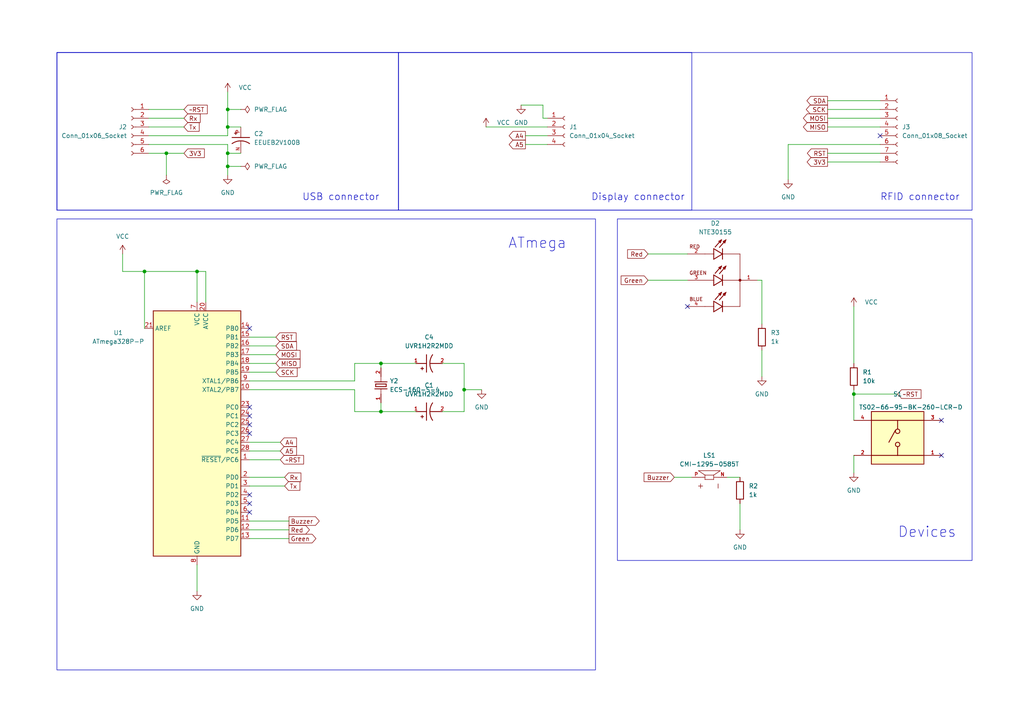
<source format=kicad_sch>
(kicad_sch (version 20230121) (generator eeschema)
  (paper "A4")
  (lib_symbols
    (symbol "CMI-1295-0585T:CMI-1295-0585T" (pin_names (offset 1.016))
      (property "Reference" "LS" (at -3.8237 8.922 0))
      (property "Value" "CMI-1295-0585T" (at -3.8225 -11.4677 0))
      (symbol "CMI-1295-0585T_0_0"
        (polyline (pts (xy -3.175 -2.54) (xy -1.905 -2.54)) (stroke (width 0.1524)))
        (polyline (pts (xy -3.175 2.54) (xy -1.905 2.54)) (stroke (width 0.1524)))
        (polyline (pts (xy -2.54 3.175) (xy -2.54 1.905)) (stroke (width 0.1524)))
        (polyline (pts (xy -0.635 -1.27) (xy -0.635 1.27)) (stroke (width 0.1524)))
        (polyline (pts (xy -0.635 1.27) (xy 0 1.27)) (stroke (width 0.1524)))
        (polyline (pts (xy 0 -1.27) (xy -0.635 -1.27)) (stroke (width 0.1524)))
        (polyline (pts (xy 0 -1.27) (xy 0 -2.54)) (stroke (width 0.1524)))
        (polyline (pts (xy 0 1.27) (xy 0 2.54)) (stroke (width 0.1524)))
        (polyline (pts (xy 0 1.27) (xy 0.635 1.27)) (stroke (width 0.1524)))
        (polyline (pts (xy 0.635 -1.27) (xy 0 -1.27)) (stroke (width 0.1524)))
        (polyline (pts (xy 0.635 1.27) (xy 0.635 -1.27)) (stroke (width 0.1524)))
        (polyline (pts (xy 0.635 1.27) (xy 1.905 3.175)) (stroke (width 0.1524)))
        (polyline (pts (xy 1.905 -3.175) (xy 0.635 -1.27)) (stroke (width 0.1524)))
        (polyline (pts (xy 1.905 3.175) (xy 1.905 -3.175)) (stroke (width 0.1524)))
        (pin passive line (at 0 -5.08 90) (length 2.54) (name "~") (number "N"))
        (pin passive line (at 0 5.08 270) (length 2.54) (name "~") (number "P"))
      )
    )
    (symbol "Connector:Conn_01x04_Socket" (pin_names (offset 1.016) hide)
      (property "Reference" "J" (at 0 5.08 0))
      (property "Value" "Conn_01x04_Socket" (at 0 -7.62 0))
      (symbol "Conn_01x04_Socket_1_1"
        (arc (start 0 -4.572) (mid -0.5058 -5.08) (end 0 -5.588) (stroke (width 0.1524)))
        (arc (start 0 -2.032) (mid -0.5058 -2.54) (end 0 -3.048) (stroke (width 0.1524)))
        (polyline (pts (xy -1.27 -5.08) (xy -0.508 -5.08)) (stroke (width 0.1524)))
        (polyline (pts (xy -1.27 -2.54) (xy -0.508 -2.54)) (stroke (width 0.1524)))
        (polyline (pts (xy -1.27 0) (xy -0.508 0)) (stroke (width 0.1524)))
        (polyline (pts (xy -1.27 2.54) (xy -0.508 2.54)) (stroke (width 0.1524)))
        (arc (start 0 0.508) (mid -0.5058 0) (end 0 -0.508) (stroke (width 0.1524)))
        (arc (start 0 3.048) (mid -0.5058 2.54) (end 0 2.032) (stroke (width 0.1524)))
        (pin passive line (at -5.08 2.54 0) (length 3.81) (name "Pin_1") (number "1"))
        (pin passive line (at -5.08 0 0) (length 3.81) (name "Pin_2") (number "2"))
        (pin passive line (at -5.08 -2.54 0) (length 3.81) (name "Pin_3") (number "3"))
        (pin passive line (at -5.08 -5.08 0) (length 3.81) (name "Pin_4") (number "4"))
      )
    )
    (symbol "Connector:Conn_01x06_Socket" (pin_names (offset 1.016) hide)
      (property "Reference" "J" (at 0 7.62 0))
      (property "Value" "Conn_01x06_Socket" (at 0 -10.16 0))
      (symbol "Conn_01x06_Socket_1_1"
        (arc (start 0 -7.112) (mid -0.5058 -7.62) (end 0 -8.128) (stroke (width 0.1524)))
        (arc (start 0 -4.572) (mid -0.5058 -5.08) (end 0 -5.588) (stroke (width 0.1524)))
        (arc (start 0 -2.032) (mid -0.5058 -2.54) (end 0 -3.048) (stroke (width 0.1524)))
        (polyline (pts (xy -1.27 -7.62) (xy -0.508 -7.62)) (stroke (width 0.1524)))
        (polyline (pts (xy -1.27 -5.08) (xy -0.508 -5.08)) (stroke (width 0.1524)))
        (polyline (pts (xy -1.27 -2.54) (xy -0.508 -2.54)) (stroke (width 0.1524)))
        (polyline (pts (xy -1.27 0) (xy -0.508 0)) (stroke (width 0.1524)))
        (polyline (pts (xy -1.27 2.54) (xy -0.508 2.54)) (stroke (width 0.1524)))
        (polyline (pts (xy -1.27 5.08) (xy -0.508 5.08)) (stroke (width 0.1524)))
        (arc (start 0 0.508) (mid -0.5058 0) (end 0 -0.508) (stroke (width 0.1524)))
        (arc (start 0 3.048) (mid -0.5058 2.54) (end 0 2.032) (stroke (width 0.1524)))
        (arc (start 0 5.588) (mid -0.5058 5.08) (end 0 4.572) (stroke (width 0.1524)))
        (pin passive line (at -5.08 5.08 0) (length 3.81) (name "Pin_1") (number "1"))
        (pin passive line (at -5.08 2.54 0) (length 3.81) (name "Pin_2") (number "2"))
        (pin passive line (at -5.08 0 0) (length 3.81) (name "Pin_3") (number "3"))
        (pin passive line (at -5.08 -2.54 0) (length 3.81) (name "Pin_4") (number "4"))
        (pin passive line (at -5.08 -5.08 0) (length 3.81) (name "Pin_5") (number "5"))
        (pin passive line (at -5.08 -7.62 0) (length 3.81) (name "Pin_6") (number "6"))
      )
    )
    (symbol "Connector:Conn_01x08_Socket" (pin_names (offset 1.016) hide)
      (property "Reference" "J" (at 0 10.16 0))
      (property "Value" "Conn_01x08_Socket" (at 0 -12.7 0))
      (symbol "Conn_01x08_Socket_1_1"
        (arc (start 0 -9.652) (mid -0.5058 -10.16) (end 0 -10.668) (stroke (width 0.1524)))
        (arc (start 0 -7.112) (mid -0.5058 -7.62) (end 0 -8.128) (stroke (width 0.1524)))
        (arc (start 0 -4.572) (mid -0.5058 -5.08) (end 0 -5.588) (stroke (width 0.1524)))
        (arc (start 0 -2.032) (mid -0.5058 -2.54) (end 0 -3.048) (stroke (width 0.1524)))
        (polyline (pts (xy -1.27 -10.16) (xy -0.508 -10.16)) (stroke (width 0.1524)))
        (polyline (pts (xy -1.27 -7.62) (xy -0.508 -7.62)) (stroke (width 0.1524)))
        (polyline (pts (xy -1.27 -5.08) (xy -0.508 -5.08)) (stroke (width 0.1524)))
        (polyline (pts (xy -1.27 -2.54) (xy -0.508 -2.54)) (stroke (width 0.1524)))
        (polyline (pts (xy -1.27 0) (xy -0.508 0)) (stroke (width 0.1524)))
        (polyline (pts (xy -1.27 2.54) (xy -0.508 2.54)) (stroke (width 0.1524)))
        (polyline (pts (xy -1.27 5.08) (xy -0.508 5.08)) (stroke (width 0.1524)))
        (polyline (pts (xy -1.27 7.62) (xy -0.508 7.62)) (stroke (width 0.1524)))
        (arc (start 0 0.508) (mid -0.5058 0) (end 0 -0.508) (stroke (width 0.1524)))
        (arc (start 0 3.048) (mid -0.5058 2.54) (end 0 2.032) (stroke (width 0.1524)))
        (arc (start 0 5.588) (mid -0.5058 5.08) (end 0 4.572) (stroke (width 0.1524)))
        (arc (start 0 8.128) (mid -0.5058 7.62) (end 0 7.112) (stroke (width 0.1524)))
        (pin passive line (at -5.08 7.62 0) (length 3.81) (name "Pin_1") (number "1"))
        (pin passive line (at -5.08 5.08 0) (length 3.81) (name "Pin_2") (number "2"))
        (pin passive line (at -5.08 2.54 0) (length 3.81) (name "Pin_3") (number "3"))
        (pin passive line (at -5.08 0 0) (length 3.81) (name "Pin_4") (number "4"))
        (pin passive line (at -5.08 -2.54 0) (length 3.81) (name "Pin_5") (number "5"))
        (pin passive line (at -5.08 -5.08 0) (length 3.81) (name "Pin_6") (number "6"))
        (pin passive line (at -5.08 -7.62 0) (length 3.81) (name "Pin_7") (number "7"))
        (pin passive line (at -5.08 -10.16 0) (length 3.81) (name "Pin_8") (number "8"))
      )
    )
    (symbol "Device:R" (pin_numbers hide) (pin_names (offset 0))
      (property "Reference" "R" (at 2.032 0 90))
      (property "Value" "R" (at 0 0 90))
      (symbol "R_0_1"
        (rectangle (start -1.016 -2.54) (end 1.016 2.54) (stroke (width 0.254)))
      )
      (symbol "R_1_1"
        (pin passive line (at 0 3.81 270) (length 1.27) (name "~") (number "1"))
        (pin passive line (at 0 -3.81 90) (length 1.27) (name "~") (number "2"))
      )
    )
    (symbol "ECS-160-S-4:ECS-160-S-4" (pin_names (offset 1.016))
      (property "Reference" "Y" (at -4.5769 2.2885 0))
      (property "Value" "ECS-160-S-4" (at -4.323 -4.5773 0))
      (symbol "ECS-160-S-4_0_0"
        (polyline (pts (xy -2.54 0) (xy -1.016 0)) (stroke (width 0.1524)))
        (polyline (pts (xy -1.016 1.778) (xy -1.016 -1.778)) (stroke (width 0.254)))
        (polyline (pts (xy -0.381 -1.524) (xy 0.381 -1.524)) (stroke (width 0.254)))
        (polyline (pts (xy -0.381 1.524) (xy -0.381 -1.524)) (stroke (width 0.254)))
        (polyline (pts (xy 0.381 -1.524) (xy 0.381 1.524)) (stroke (width 0.254)))
        (polyline (pts (xy 0.381 1.524) (xy -0.381 1.524)) (stroke (width 0.254)))
        (polyline (pts (xy 1.016 0) (xy 2.54 0)) (stroke (width 0.1524)))
        (polyline (pts (xy 1.016 1.778) (xy 1.016 -1.778)) (stroke (width 0.254)))
        (pin passive line (at -5.08 0 0) (length 2.54) (name "~") (number "1"))
        (pin passive line (at 5.08 0 180) (length 2.54) (name "~") (number "2"))
      )
    )
    (symbol "EEUEB2V100B:EEUEB2V100B" (pin_names (offset 1.016))
      (property "Reference" "C" (at -2.54 3.81 0))
      (property "Value" "EEUEB2V100B" (at -2.54 -5.08 0))
      (symbol "EEUEB2V100B_0_0"
        (rectangle (start -1.173 -1.532) (end -0.284 -1.405) (stroke (width 0.1)) (fill (type outline)))
        (rectangle (start -0.792 -1.913) (end -0.665 -1.024) (stroke (width 0.1)) (fill (type outline)))
        (polyline (pts (xy 0 0) (xy 0.508 0)) (stroke (width 0.1524)))
        (polyline (pts (xy 0.508 0) (xy 0.508 -2.54)) (stroke (width 0.254)))
        (polyline (pts (xy 0.508 2.54) (xy 0.508 0)) (stroke (width 0.254)))
        (polyline (pts (xy 2.54 0) (xy 1.524 0)) (stroke (width 0.1524)))
        (arc (start 2.286 2.54) (mid 1.4851 0) (end 2.286 -2.54) (stroke (width 0.254)))
        (pin passive line (at 5.08 0 180) (length 2.54) (name "~") (number "N"))
        (pin passive line (at -2.54 0 0) (length 2.54) (name "~") (number "P"))
      )
    )
    (symbol "MCU_Microchip_ATmega:ATmega328P-P"
      (property "Reference" "U" (at -12.7 36.83 0))
      (property "Value" "ATmega328P-P" (at 2.54 -36.83 0))
      (symbol "ATmega328P-P_0_1"
        (rectangle (start -12.7 -35.56) (end 12.7 35.56) (stroke (width 0.254)) (fill (type background)))
      )
      (symbol "ATmega328P-P_1_1"
        (pin bidirectional line (at 15.24 -7.62 180) (length 2.54) (name "~{RESET}/PC6") (number "1"))
        (pin bidirectional line (at 15.24 12.7 180) (length 2.54) (name "XTAL2/PB7") (number "10"))
        (pin bidirectional line (at 15.24 -25.4 180) (length 2.54) (name "PD5") (number "11"))
        (pin bidirectional line (at 15.24 -27.94 180) (length 2.54) (name "PD6") (number "12"))
        (pin bidirectional line (at 15.24 -30.48 180) (length 2.54) (name "PD7") (number "13"))
        (pin bidirectional line (at 15.24 30.48 180) (length 2.54) (name "PB0") (number "14"))
        (pin bidirectional line (at 15.24 27.94 180) (length 2.54) (name "PB1") (number "15"))
        (pin bidirectional line (at 15.24 25.4 180) (length 2.54) (name "PB2") (number "16"))
        (pin bidirectional line (at 15.24 22.86 180) (length 2.54) (name "PB3") (number "17"))
        (pin bidirectional line (at 15.24 20.32 180) (length 2.54) (name "PB4") (number "18"))
        (pin bidirectional line (at 15.24 17.78 180) (length 2.54) (name "PB5") (number "19"))
        (pin bidirectional line (at 15.24 -12.7 180) (length 2.54) (name "PD0") (number "2"))
        (pin power_in line (at 2.54 38.1 270) (length 2.54) (name "AVCC") (number "20"))
        (pin passive line (at -15.24 30.48 0) (length 2.54) (name "AREF") (number "21"))
        (pin passive line (at 0 -38.1 90) (length 2.54) hide (name "GND") (number "22"))
        (pin bidirectional line (at 15.24 7.62 180) (length 2.54) (name "PC0") (number "23"))
        (pin bidirectional line (at 15.24 5.08 180) (length 2.54) (name "PC1") (number "24"))
        (pin bidirectional line (at 15.24 2.54 180) (length 2.54) (name "PC2") (number "25"))
        (pin bidirectional line (at 15.24 0 180) (length 2.54) (name "PC3") (number "26"))
        (pin bidirectional line (at 15.24 -2.54 180) (length 2.54) (name "PC4") (number "27"))
        (pin bidirectional line (at 15.24 -5.08 180) (length 2.54) (name "PC5") (number "28"))
        (pin bidirectional line (at 15.24 -15.24 180) (length 2.54) (name "PD1") (number "3"))
        (pin bidirectional line (at 15.24 -17.78 180) (length 2.54) (name "PD2") (number "4"))
        (pin bidirectional line (at 15.24 -20.32 180) (length 2.54) (name "PD3") (number "5"))
        (pin bidirectional line (at 15.24 -22.86 180) (length 2.54) (name "PD4") (number "6"))
        (pin power_in line (at 0 38.1 270) (length 2.54) (name "VCC") (number "7"))
        (pin power_in line (at 0 -38.1 90) (length 2.54) (name "GND") (number "8"))
        (pin bidirectional line (at 15.24 15.24 180) (length 2.54) (name "XTAL1/PB6") (number "9"))
      )
    )
    (symbol "NTE30155:NTE30155" (pin_names (offset 1.016))
      (property "Reference" "D" (at -10.795 12.7 0))
      (property "Value" "NTE30155" (at -10.795 12.065 0))
      (symbol "NTE30155_0_0"
        (polyline (pts (xy -2.54 -9.144) (xy 0 -7.62)) (stroke (width 0.254)))
        (polyline (pts (xy -2.54 -7.62) (xy -5.08 -7.62)) (stroke (width 0.1524)))
        (polyline (pts (xy -2.54 -7.62) (xy -2.54 -9.144)) (stroke (width 0.254)))
        (polyline (pts (xy -2.54 -6.096) (xy -2.54 -7.62)) (stroke (width 0.254)))
        (polyline (pts (xy -2.54 -1.524) (xy 0 0)) (stroke (width 0.254)))
        (polyline (pts (xy -2.54 0) (xy -5.08 0)) (stroke (width 0.1524)))
        (polyline (pts (xy -2.54 0) (xy -2.54 -1.524)) (stroke (width 0.254)))
        (polyline (pts (xy -2.54 1.524) (xy -2.54 0)) (stroke (width 0.254)))
        (polyline (pts (xy -2.54 6.096) (xy 0 7.62)) (stroke (width 0.254)))
        (polyline (pts (xy -2.54 7.62) (xy -5.08 7.62)) (stroke (width 0.1524)))
        (polyline (pts (xy -2.54 7.62) (xy -2.54 6.096)) (stroke (width 0.254)))
        (polyline (pts (xy -2.54 9.144) (xy -2.54 7.62)) (stroke (width 0.254)))
        (polyline (pts (xy -0.3556 -3.5814) (xy -2.1336 -5.6134)) (stroke (width 0.254)))
        (polyline (pts (xy -0.3556 4.0386) (xy -2.1336 2.0066)) (stroke (width 0.254)))
        (polyline (pts (xy -0.3556 11.6586) (xy -2.1336 9.6266)) (stroke (width 0.254)))
        (polyline (pts (xy 0 -7.62) (xy -2.54 -6.096)) (stroke (width 0.254)))
        (polyline (pts (xy 0 -7.62) (xy 0 -9.144)) (stroke (width 0.254)))
        (polyline (pts (xy 0 -6.096) (xy 0 -7.62)) (stroke (width 0.254)))
        (polyline (pts (xy 0 0) (xy -2.54 1.524)) (stroke (width 0.254)))
        (polyline (pts (xy 0 0) (xy 0 -1.524)) (stroke (width 0.254)))
        (polyline (pts (xy 0 1.524) (xy 0 0)) (stroke (width 0.254)))
        (polyline (pts (xy 0 7.62) (xy -2.54 9.144)) (stroke (width 0.254)))
        (polyline (pts (xy 0 7.62) (xy 0 6.096)) (stroke (width 0.254)))
        (polyline (pts (xy 0 9.144) (xy 0 7.62)) (stroke (width 0.254)))
        (polyline (pts (xy 0.889 -3.683) (xy -0.889 -5.715)) (stroke (width 0.254)))
        (polyline (pts (xy 0.889 3.937) (xy -0.889 1.905)) (stroke (width 0.254)))
        (polyline (pts (xy 0.889 11.557) (xy -0.889 9.525)) (stroke (width 0.254)))
        (polyline (pts (xy 5.08 -7.62) (xy 0 -7.62)) (stroke (width 0.1524)))
        (polyline (pts (xy 5.08 0) (xy 0 0)) (stroke (width 0.1524)))
        (polyline (pts (xy 5.08 0) (xy 5.08 -7.62)) (stroke (width 0.1524)))
        (polyline (pts (xy 5.08 7.62) (xy 0 7.62)) (stroke (width 0.1524)))
        (polyline (pts (xy 5.08 7.62) (xy 5.08 0)) (stroke (width 0.1524)))
        (polyline (pts (xy -1.143 -3.937) (xy -0.5715 -4.445) (xy -0.1905 -3.429) (xy -1.143 -3.937)) (stroke (width 0.1524)) (fill (type outline)))
        (polyline (pts (xy -1.143 3.683) (xy -0.5715 3.175) (xy -0.1905 4.191) (xy -1.143 3.683)) (stroke (width 0.1524)) (fill (type outline)))
        (polyline (pts (xy -1.143 11.303) (xy -0.5715 10.795) (xy -0.1905 11.811) (xy -1.143 11.303)) (stroke (width 0.1524)) (fill (type outline)))
        (polyline (pts (xy 0.127 -4.0005) (xy 0.6985 -4.5085) (xy 1.0795 -3.429) (xy 0.127 -4.0005)) (stroke (width 0.1524)) (fill (type outline)))
        (polyline (pts (xy 0.127 3.6195) (xy 0.6985 3.1115) (xy 1.0795 4.191) (xy 0.127 3.6195)) (stroke (width 0.1524)) (fill (type outline)))
        (polyline (pts (xy 0.127 11.2395) (xy 0.6985 10.7315) (xy 1.0795 11.811) (xy 0.127 11.2395)) (stroke (width 0.1524)) (fill (type outline)))
        (circle (center 5.08 0) (radius 0.2032) (stroke (width 0.4064)))
        (text "BLUE" (at -9.652 -6.096 0) (effects (font (size 1.016 1.016)) (justify left bottom)))
        (text "GREEN" (at -9.652 1.524 0) (effects (font (size 1.016 1.016)) (justify left bottom)))
        (text "RED" (at -9.652 9.144 0) (effects (font (size 1.016 1.016)) (justify left bottom)))
        (pin passive line (at 10.16 0 180) (length 5.08) (name "~") (number "1"))
        (pin passive line (at -10.16 7.62 0) (length 5.08) (name "~") (number "2"))
        (pin passive line (at -10.16 0 0) (length 5.08) (name "~") (number "3"))
        (pin passive line (at -10.16 -7.62 0) (length 5.08) (name "~") (number "4"))
      )
    )
    (symbol "TS02-66-95-BK-260-LCR-D:TS02-66-95-BK-260-LCR-D" (pin_names (offset 1.016))
      (property "Reference" "S" (at -7.62 8.382 0))
      (property "Value" "TS02-66-95-BK-260-LCR-D" (at -7.62 -8.382 0))
      (symbol "TS02-66-95-BK-260-LCR-D_0_0"
        (rectangle (start -7.62 -7.62) (end 7.62 7.62) (stroke (width 0.254)) (fill (type background)))
        (circle (center 0 -1.905) (radius 0.635) (stroke (width 0.254)))
        (polyline (pts (xy 0 -5.08) (xy -7.62 -5.08)) (stroke (width 0.254)))
        (polyline (pts (xy 0 -5.08) (xy 7.62 -5.08)) (stroke (width 0.254)))
        (polyline (pts (xy 0 -2.54) (xy 0 -5.08)) (stroke (width 0.254)))
        (polyline (pts (xy 0 5.08) (xy -7.62 5.08)) (stroke (width 0.254)))
        (polyline (pts (xy 0 5.08) (xy 0 2.54)) (stroke (width 0.254)))
        (polyline (pts (xy 0 5.08) (xy 7.62 5.08)) (stroke (width 0.254)))
        (polyline (pts (xy 0.635 -2.2225) (xy 2.54 1.27)) (stroke (width 0.254)))
        (circle (center 0 1.905) (radius 0.635) (stroke (width 0.254)))
        (pin passive line (at -12.7 5.08 0) (length 5.08) (name "~") (number "1"))
        (pin passive line (at 12.7 5.08 180) (length 5.08) (name "~") (number "2"))
        (pin passive line (at -12.7 -5.08 0) (length 5.08) (name "~") (number "3"))
        (pin passive line (at 12.7 -5.08 180) (length 5.08) (name "~") (number "4"))
      )
    )
    (symbol "UVR1H2R2MDD:UVR1H2R2MDD" (pin_names (offset 1.016))
      (property "Reference" "C" (at -5.08 3.81 0))
      (property "Value" "UVR1H2R2MDD" (at -5.08 -5.08 0))
      (symbol "UVR1H2R2MDD_0_0"
        (rectangle (start -3.713 -1.532) (end -2.824 -1.405) (stroke (width 0.1)) (fill (type outline)))
        (rectangle (start -3.332 -1.913) (end -3.205 -1.024) (stroke (width 0.1)) (fill (type outline)))
        (arc (start -0.254 2.54) (mid -1.0549 0) (end -0.254 -2.54) (stroke (width 0.254)))
        (polyline (pts (xy -5.08 0) (xy -2.032 0)) (stroke (width 0.254)))
        (polyline (pts (xy -2.032 2.54) (xy -2.032 -2.54)) (stroke (width 0.254)))
        (polyline (pts (xy -1.016 0) (xy 2.54 0)) (stroke (width 0.254)))
        (pin passive line (at -5.08 0 0) (length 0) (name "~") (number "1"))
        (pin passive line (at 2.54 0 180) (length 0) (name "~") (number "2"))
      )
    )
    (symbol "power:GND" (power) (pin_names (offset 0))
      (property "Value" "GND" (at 0 -3.81 0))
      (symbol "GND_0_1"
        (polyline (pts (xy 0 0) (xy 0 -1.27) (xy 1.27 -1.27) (xy 0 -2.54) (xy -1.27 -1.27) (xy 0 -1.27)))
      )
      (symbol "GND_1_1"
        (pin power_in line (at 0 0 270) (length 0) hide (name "GND") (number "1"))
      )
    )
    (symbol "power:PWR_FLAG" (power) (pin_numbers hide) (pin_names (offset 0) hide)
      (property "Value" "PWR_FLAG" (at 0 3.81 0))
      (symbol "PWR_FLAG_0_0"
        (pin power_out line (at 0 0 90) (length 0) (name "pwr") (number "1"))
      )
      (symbol "PWR_FLAG_0_1"
        (polyline (pts (xy 0 0) (xy 0 1.27) (xy -1.016 1.905) (xy 0 2.54) (xy 1.016 1.905) (xy 0 1.27)))
      )
    )
    (symbol "power:VCC" (power) (pin_names (offset 0))
      (property "Value" "VCC" (at 0 3.81 0))
      (symbol "VCC_0_1"
        (polyline (pts (xy -0.762 1.27) (xy 0 2.54)))
        (polyline (pts (xy 0 0) (xy 0 2.54)))
        (polyline (pts (xy 0 2.54) (xy 0.762 1.27)))
      )
      (symbol "VCC_1_1"
        (pin power_in line (at 0 0 90) (length 0) hide (name "VCC") (number "1"))
      )
    )
  )
  (junction (at 66.04 44.45))
  (junction (at 66.04 48.26))
  (junction (at 134.62 113.03))
  (junction (at 247.65 114.3))
  (junction (at 48.26 44.45))
  (junction (at 110.49 105.41))
  (junction (at 110.49 119.38))
  (junction (at 66.04 36.83))
  (junction (at 41.91 78.74))
  (junction (at 57.15 78.74))
  (junction (at 66.04 31.75))
  (no_connect (at 72.39 120.65))
  (no_connect (at 72.39 146.05))
  (no_connect (at 273.05 132.08))
  (no_connect (at 72.39 118.11))
  (no_connect (at 72.39 95.25))
  (no_connect (at 72.39 143.51))
  (no_connect (at 273.05 121.92))
  (no_connect (at 199.39 88.9))
  (no_connect (at 72.39 125.73))
  (no_connect (at 72.39 123.19))
  (no_connect (at 72.39 148.59))
  (no_connect (at 255.27 39.37))
  (wire (pts (xy 41.91 78.74) (xy 57.15 78.74)))
  (wire (pts (xy 152.4 39.37) (xy 158.75 39.37)))
  (wire (pts (xy 240.03 46.99) (xy 255.27 46.99)))
  (wire (pts (xy 43.18 34.29) (xy 53.34 34.29)))
  (wire (pts (xy 57.15 163.83) (xy 57.15 171.45)))
  (wire (pts (xy 247.65 132.08) (xy 247.65 137.16)))
  (wire (pts (xy 72.39 156.21) (xy 83.82 156.21)))
  (wire (pts (xy 66.04 44.45) (xy 66.04 48.26)))
  (wire (pts (xy 247.65 114.3) (xy 247.65 121.92)))
  (wire (pts (xy 110.49 105.41) (xy 120.65 105.41)))
  (wire (pts (xy 157.48 34.29) (xy 157.48 30.48)))
  (wire (pts (xy 210.82 138.43) (xy 214.63 138.43)))
  (wire (pts (xy 134.62 105.41) (xy 134.62 113.03)))
  (wire (pts (xy 57.15 78.74) (xy 59.69 78.74)))
  (wire (pts (xy 219.71 81.28) (xy 220.98 81.28)))
  (wire (pts (xy 247.65 88.9) (xy 247.65 105.41)))
  (wire (pts (xy 35.56 78.74) (xy 41.91 78.74)))
  (wire (pts (xy 157.48 30.48) (xy 151.13 30.48)))
  (wire (pts (xy 240.03 31.75) (xy 255.27 31.75)))
  (wire (pts (xy 240.03 29.21) (xy 255.27 29.21)))
  (wire (pts (xy 72.39 102.87) (xy 80.01 102.87)))
  (wire (pts (xy 128.27 119.38) (xy 134.62 119.38)))
  (wire (pts (xy 66.04 26.67) (xy 66.04 31.75)))
  (wire (pts (xy 110.49 116.84) (xy 110.49 119.38)))
  (wire (pts (xy 187.96 73.66) (xy 199.39 73.66)))
  (wire (pts (xy 72.39 107.95) (xy 80.01 107.95)))
  (wire (pts (xy 66.04 36.83) (xy 66.04 39.37)))
  (wire (pts (xy 72.39 100.33) (xy 80.01 100.33)))
  (wire (pts (xy 140.97 36.83) (xy 158.75 36.83)))
  (wire (pts (xy 43.18 44.45) (xy 48.26 44.45)))
  (wire (pts (xy 214.63 146.05) (xy 214.63 153.67)))
  (wire (pts (xy 72.39 153.67) (xy 83.82 153.67)))
  (wire (pts (xy 72.39 151.13) (xy 83.82 151.13)))
  (wire (pts (xy 72.39 133.35) (xy 81.28 133.35)))
  (wire (pts (xy 247.65 114.3) (xy 260.35 114.3)))
  (wire (pts (xy 187.96 81.28) (xy 199.39 81.28)))
  (wire (pts (xy 35.56 78.74) (xy 35.56 73.66)))
  (wire (pts (xy 195.58 138.43) (xy 200.66 138.43)))
  (wire (pts (xy 158.75 34.29) (xy 157.48 34.29)))
  (wire (pts (xy 66.04 31.75) (xy 66.04 36.83)))
  (wire (pts (xy 152.4 41.91) (xy 158.75 41.91)))
  (wire (pts (xy 247.65 113.03) (xy 247.65 114.3)))
  (wire (pts (xy 43.18 41.91) (xy 66.04 41.91)))
  (wire (pts (xy 72.39 113.03) (xy 102.87 113.03)))
  (wire (pts (xy 102.87 105.41) (xy 110.49 105.41)))
  (wire (pts (xy 110.49 105.41) (xy 110.49 106.68)))
  (wire (pts (xy 72.39 105.41) (xy 80.01 105.41)))
  (wire (pts (xy 102.87 113.03) (xy 102.87 119.38)))
  (wire (pts (xy 102.87 119.38) (xy 110.49 119.38)))
  (wire (pts (xy 220.98 101.6) (xy 220.98 109.22)))
  (wire (pts (xy 41.91 78.74) (xy 41.91 95.25)))
  (wire (pts (xy 43.18 31.75) (xy 53.34 31.75)))
  (wire (pts (xy 43.18 36.83) (xy 53.34 36.83)))
  (wire (pts (xy 240.03 44.45) (xy 255.27 44.45)))
  (wire (pts (xy 134.62 113.03) (xy 139.7 113.03)))
  (wire (pts (xy 66.04 48.26) (xy 66.04 50.8)))
  (wire (pts (xy 59.69 78.74) (xy 59.69 87.63)))
  (wire (pts (xy 66.04 36.83) (xy 69.85 36.83)))
  (wire (pts (xy 110.49 119.38) (xy 120.65 119.38)))
  (wire (pts (xy 66.04 31.75) (xy 69.85 31.75)))
  (wire (pts (xy 57.15 78.74) (xy 57.15 87.63)))
  (wire (pts (xy 72.39 128.27) (xy 81.28 128.27)))
  (wire (pts (xy 128.27 105.41) (xy 134.62 105.41)))
  (wire (pts (xy 66.04 41.91) (xy 66.04 44.45)))
  (wire (pts (xy 43.18 39.37) (xy 66.04 39.37)))
  (wire (pts (xy 72.39 110.49) (xy 102.87 110.49)))
  (wire (pts (xy 220.98 81.28) (xy 220.98 93.98)))
  (wire (pts (xy 69.85 48.26) (xy 66.04 48.26)))
  (wire (pts (xy 72.39 140.97) (xy 82.55 140.97)))
  (wire (pts (xy 102.87 110.49) (xy 102.87 105.41)))
  (wire (pts (xy 72.39 130.81) (xy 81.28 130.81)))
  (wire (pts (xy 48.26 44.45) (xy 48.26 50.8)))
  (wire (pts (xy 48.26 44.45) (xy 53.34 44.45)))
  (wire (pts (xy 255.27 41.91) (xy 228.6 41.91)))
  (wire (pts (xy 240.03 36.83) (xy 255.27 36.83)))
  (wire (pts (xy 240.03 34.29) (xy 255.27 34.29)))
  (wire (pts (xy 72.39 97.79) (xy 80.01 97.79)))
  (wire (pts (xy 66.04 44.45) (xy 69.85 44.45)))
  (wire (pts (xy 72.39 138.43) (xy 82.55 138.43)))
  (wire (pts (xy 228.6 41.91) (xy 228.6 52.07)))
  (wire (pts (xy 134.62 113.03) (xy 134.62 119.38)))
  (rectangle (start 16.51 63.5) (end 172.72 194.31))
  (rectangle (start 179.07 63.5) (end 281.94 162.56))
  (rectangle (start 16.51 15.24) (end 281.94 60.96))
  (rectangle (start 115.57 15.24) (end 200.66 60.96))
  (rectangle (start 16.51 15.24) (end 115.57 60.96))
  (text "Display connector" (at 171.45 58.42 0) (effects (font (size 2 2)) (justify left bottom)))
  (text "USB connector" (at 87.63 58.42 0) (effects (font (size 2 2)) (justify left bottom)))
  (text "Devices" (at 260.35 156.21 0) (effects (font (size 3 3)) (justify left bottom)))
  (text "ATmega\n" (at 147.32 72.39 0) (effects (font (size 3 3)) (justify left bottom)))
  (text "RFID connector" (at 255.27 58.42 0) (effects (font (size 2 2)) (justify left bottom)))
  (global_label "Green" (shape input) (at 187.96 81.28 180) (property "Intersheetrefs" "${INTERSHEET_REFS}" (effects hide)))
  (global_label "3V3" (shape output) (at 240.03 46.99 180) (property "Intersheetrefs" "${INTERSHEET_REFS}" (effects hide)))
  (global_label "Red" (shape output) (at 83.82 153.67 0) (property "Intersheetrefs" "${INTERSHEET_REFS}" (effects hide)))
  (global_label "A5" (shape output) (at 152.4 41.91 180) (property "Intersheetrefs" "${INTERSHEET_REFS}" (effects hide)))
  (global_label "~RST" (shape input) (at 81.28 133.35 0) (property "Intersheetrefs" "${INTERSHEET_REFS}" (effects hide)))
  (global_label "Buzzer" (shape output) (at 83.82 151.13 0) (property "Intersheetrefs" "${INTERSHEET_REFS}" (effects hide)))
  (global_label "~RST" (shape input) (at 260.35 114.3 0) (property "Intersheetrefs" "${INTERSHEET_REFS}" (effects hide)))
  (global_label "MISO" (shape input) (at 80.01 105.41 0) (property "Intersheetrefs" "${INTERSHEET_REFS}" (effects hide)))
  (global_label "SDA" (shape input) (at 80.01 100.33 0) (property "Intersheetrefs" "${INTERSHEET_REFS}" (effects hide)))
  (global_label "~RST" (shape input) (at 53.34 31.75 0) (property "Intersheetrefs" "${INTERSHEET_REFS}" (effects hide)))
  (global_label "Red" (shape input) (at 187.96 73.66 180) (property "Intersheetrefs" "${INTERSHEET_REFS}" (effects hide)))
  (global_label "A4" (shape output) (at 152.4 39.37 180) (property "Intersheetrefs" "${INTERSHEET_REFS}" (effects hide)))
  (global_label "A5" (shape input) (at 81.28 130.81 0) (property "Intersheetrefs" "${INTERSHEET_REFS}" (effects hide)))
  (global_label "Buzzer" (shape input) (at 195.58 138.43 180) (property "Intersheetrefs" "${INTERSHEET_REFS}" (effects hide)))
  (global_label "SCK" (shape output) (at 240.03 31.75 180) (property "Intersheetrefs" "${INTERSHEET_REFS}" (effects hide)))
  (global_label "Tx" (shape input) (at 82.55 140.97 0) (property "Intersheetrefs" "${INTERSHEET_REFS}" (effects hide)))
  (global_label "Tx" (shape input) (at 53.34 36.83 0) (property "Intersheetrefs" "${INTERSHEET_REFS}" (effects hide)))
  (global_label "MISO" (shape output) (at 240.03 36.83 180) (property "Intersheetrefs" "${INTERSHEET_REFS}" (effects hide)))
  (global_label "SCK" (shape input) (at 80.01 107.95 0) (property "Intersheetrefs" "${INTERSHEET_REFS}" (effects hide)))
  (global_label "RST" (shape output) (at 240.03 44.45 180) (property "Intersheetrefs" "${INTERSHEET_REFS}" (effects hide)))
  (global_label "MOSI" (shape input) (at 80.01 102.87 0) (property "Intersheetrefs" "${INTERSHEET_REFS}" (effects hide)))
  (global_label "Rx" (shape input) (at 82.55 138.43 0) (property "Intersheetrefs" "${INTERSHEET_REFS}" (effects hide)))
  (global_label "MOSI" (shape output) (at 240.03 34.29 180) (property "Intersheetrefs" "${INTERSHEET_REFS}" (effects hide)))
  (global_label "SDA" (shape output) (at 240.03 29.21 180) (property "Intersheetrefs" "${INTERSHEET_REFS}" (effects hide)))
  (global_label "Rx" (shape input) (at 53.34 34.29 0) (property "Intersheetrefs" "${INTERSHEET_REFS}" (effects hide)))
  (global_label "Green" (shape output) (at 83.82 156.21 0) (property "Intersheetrefs" "${INTERSHEET_REFS}" (effects hide)))
  (global_label "3V3" (shape input) (at 53.34 44.45 0) (property "Intersheetrefs" "${INTERSHEET_REFS}" (effects hide)))
  (global_label "A4" (shape input) (at 81.28 128.27 0) (property "Intersheetrefs" "${INTERSHEET_REFS}" (effects hide)))
  (global_label "RST" (shape input) (at 80.01 97.79 0) (property "Intersheetrefs" "${INTERSHEET_REFS}" (effects hide)))
  (symbol (lib_id "MCU_Microchip_ATmega:ATmega328P-P") (at 57.15 125.73 0) (unit 1)
    (property "Reference" "U1" (at 34.29 96.52 0))
    (property "Value" "ATmega328P-P" (at 34.29 99.06 0))
    (property "Footprint" "Package_DIP:DIP-28_W7.62mm" (effects hide))
    (property "Datasheet" "http://ww1.microchip.com/downloads/en/DeviceDoc/ATmega328_P%20AVR%20MCU%20with%20picoPower%20Technology%20Data%20Sheet%2040001984A.pdf" (effects hide))
  )
  (symbol (lib_id "Connector:Conn_01x06_Socket") (at 38.1 36.83 0) (mirror y) (unit 1)
    (property "Reference" "J2" (at 36.83 36.83 0) (effects (justify left)))
    (property "Value" "Conn_01x06_Socket" (at 36.83 39.37 0) (effects (justify left)))
    (property "Footprint" "Connector_PinSocket_2.54mm:PinSocket_1x06_P2.54mm_Vertical" (effects hide))
  )
  (symbol (lib_id "Device:R") (at 214.63 142.24 0) (unit 1)
    (property "Reference" "R2" (at 217.17 140.97 0) (effects (justify left)))
    (property "Value" "1k" (at 217.17 143.51 0) (effects (justify left)))
    (property "Footprint" "Resistor_THT:R_Box_L8.4mm_W2.5mm_P5.08mm" (effects hide))
  )
  (symbol (lib_id "power:VCC") (at 66.04 26.67 0) (unit 1)
    (property "Reference" "#PWR016" (effects hide))
    (property "Value" "VCC" (at 71.12 25.4 0))
  )
  (symbol (lib_id "power:GND") (at 228.6 52.07 0) (unit 1)
    (property "Reference" "#PWR012" (effects hide))
    (property "Value" "GND" (at 228.6 57.15 0))
  )
  (symbol (lib_id "power:VCC") (at 35.56 73.66 0) (unit 1)
    (property "Reference" "#PWR08" (effects hide))
    (property "Value" "VCC" (at 35.56 68.58 0))
  )
  (symbol (lib_id "power:PWR_FLAG") (at 48.26 50.8 180) (unit 1)
    (property "Reference" "#FLG03" (effects hide))
    (property "Value" "PWR_FLAG" (at 48.26 55.88 0))
  )
  (symbol (lib_id "power:PWR_FLAG") (at 69.85 31.75 270) (unit 1)
    (property "Reference" "#FLG02" (effects hide))
    (property "Value" "PWR_FLAG" (at 73.66 31.75 90) (effects (justify left)))
  )
  (symbol (lib_id "power:GND") (at 220.98 109.22 0) (unit 1)
    (property "Reference" "#PWR09" (effects hide))
    (property "Value" "GND" (at 220.98 114.3 0))
  )
  (symbol (lib_id "power:GND") (at 151.13 30.48 0) (unit 1)
    (property "Reference" "#PWR02" (effects hide))
    (property "Value" "GND" (at 151.13 35.56 0))
  )
  (symbol (lib_id "EEUEB2V100B:EEUEB2V100B") (at 69.85 39.37 270) (unit 1)
    (property "Reference" "C2" (at 73.66 38.7966 90) (effects (justify left)))
    (property "Value" "EEUEB2V100B" (at 73.66 41.3366 90) (effects (justify left)))
    (property "Footprint" "Composant_Projet:CAPPRD500W60D1000H2000" (effects hide))
    (property "MF" "Panasonic" (effects hide))
    (property "b_max" "0.65" (effects hide))
    (property "DESCRIPTION" "EB-A" (effects hide))
    (property "Package" "RADIAL-2 Panasonic" (effects hide))
    (property "b_nom" "0.6" (effects hide))
    (property "Price" "None" (effects hide))
    (property "Check_prices" "https://www.snapeda.com/parts/EEU-EB2V100B/Panasonic/view-part/?ref=eda" (effects hide))
    (property "SnapEDA_Link" "https://www.snapeda.com/parts/EEU-EB2V100B/Panasonic/view-part/?ref=snap" (effects hide))
    (property "PARTREV" "28-FEB-20" (effects hide))
    (property "A_max" "20" (effects hide))
    (property "MP" "EEU-EB2V100B" (effects hide))
    (property "D_nom" "10" (effects hide))
    (property "e_nom" "5" (effects hide))
    (property "Availability" "In Stock" (effects hide))
    (property "Description" "\nAluminum Electrolytic Capacitors - Radial Leaded 10uF 350volts AEC-Q200\n" (effects hide))
  )
  (symbol (lib_id "Connector:Conn_01x04_Socket") (at 163.83 36.83 0) (unit 1)
    (property "Reference" "J1" (at 165.1 36.83 0) (effects (justify left)))
    (property "Value" "Conn_01x04_Socket" (at 165.1 39.37 0) (effects (justify left)))
    (property "Footprint" "Connector_PinSocket_2.54mm:PinSocket_1x04_P2.54mm_Vertical" (effects hide))
  )
  (symbol (lib_id "ECS-160-S-4:ECS-160-S-4") (at 110.49 111.76 90) (unit 1)
    (property "Reference" "Y2" (at 113.03 110.49 90) (effects (justify right)))
    (property "Value" "ECS-160-S-4" (at 113.03 113.03 90) (effects (justify right)))
    (property "Footprint" "Composant_Projet:XTAL_ECS-160-20-4X" (effects hide))
    (property "MF" "ECS Inc." (effects hide))
    (property "Description" "\n16 MHz ±30ppm Crystal Series 40 Ohms HC-49/US\n" (effects hide))
    (property "Package" "HC-49US ECS Inc." (effects hide))
    (property "Price" "None" (effects hide))
    (property "Check_prices" "https://www.snapeda.com/parts/ECS-160-S-4/ECS+Inc./view-part/?ref=eda" (effects hide))
    (property "SnapEDA_Link" "https://www.snapeda.com/parts/ECS-160-S-4/ECS+Inc./view-part/?ref=snap" (effects hide))
    (property "MP" "ECS-160-S-4" (effects hide))
    (property "Purchase-URL" "https://www.snapeda.com/api/url_track_click_mouser/?unipart_id=3657575&manufacturer=ECS Inc.&part_name=ECS-160-S-4&search_term=oscillateur à quarz/quartz crystal 16mhz" (effects hide))
    (property "Availability" "In Stock" (effects hide))
    (property "MANUFACTURER" "ECS Inc." (effects hide))
  )
  (symbol (lib_id "power:GND") (at 57.15 171.45 0) (unit 1)
    (property "Reference" "#PWR01" (effects hide))
    (property "Value" "GND" (at 57.15 176.53 0))
  )
  (symbol (lib_id "UVR1H2R2MDD:UVR1H2R2MDD") (at 125.73 119.38 0) (unit 1)
    (property "Reference" "C1" (at 124.46 111.76 0))
    (property "Value" "UVR1H2R2MDD" (at 124.46 114.3 0))
    (property "Footprint" "Composant_Projet:CAPPRD200W50D550H1250" (effects hide))
    (property "DigiKey_Part_Number" "493-1100-ND" (effects hide))
    (property "SnapEDA_Link" "https://www.snapeda.com/parts/UVR1H2R2MDD/Nichicon/view-part/?ref=snap" (effects hide))
    (property "MAXIMUM_PACKAGE_HEIGHT" "12.5mm" (effects hide))
    (property "Package" "RADIAL-2 NICHICON" (effects hide))
    (property "Check_prices" "https://www.snapeda.com/parts/UVR1H2R2MDD/Nichicon/view-part/?ref=eda" (effects hide))
    (property "STANDARD" "IPC-7351B" (effects hide))
    (property "PARTREV" "NA" (effects hide))
    (property "MF" "Nichicon" (effects hide))
    (property "MP" "UVR1H2R2MDD" (effects hide))
    (property "Description" "\nCapacitor, Aluminum Electrolytic, Cap 2.2uF 50V 20%, Radial 5X11 LS 5 mm | Nichicon UVR1H2R2MDD\n" (effects hide))
    (property "MANUFACTURER" "Nichicon" (effects hide))
  )
  (symbol (lib_id "power:GND") (at 139.7 113.03 0) (unit 1)
    (property "Reference" "#PWR06" (effects hide))
    (property "Value" "GND" (at 139.7 118.11 0))
  )
  (symbol (lib_id "CMI-1295-0585T:CMI-1295-0585T") (at 205.74 138.43 90) (unit 1)
    (property "Reference" "LS1" (at 205.74 132.08 90))
    (property "Value" "CMI-1295-0585T" (at 205.74 134.62 90))
    (property "Footprint" "Composant_Projet:CUI_CMI-1295-0585T" (effects hide))
    (property "MF" "CUI Devices" (effects hide))
    (property "MAXIMUM_PACKAGE_HEIGHT" "9.7mm" (effects hide))
    (property "Package" "CUI Inc." (effects hide))
    (property "Price" "None" (effects hide))
    (property "Check_prices" "https://www.snapeda.com/parts/CMI-1295-0585T/CUI+Devices/view-part/?ref=eda" (effects hide))
    (property "STANDARD" "Manufacturer Recommendations" (effects hide))
    (property "PARTREV" "N/A" (effects hide))
    (property "SnapEDA_Link" "https://www.snapeda.com/parts/CMI-1295-0585T/CUI+Devices/view-part/?ref=snap" (effects hide))
    (property "MP" "CMI-1295-0585T" (effects hide))
    (property "Purchase-URL" "https://www.snapeda.com/api/url_track_click_mouser/?unipart_id=3662512&manufacturer=CUI Devices&part_name=CMI-1295-0585T&search_term=buzzer 16 ohms" (effects hide))
    (property "Description" "12 mm, 5 Vdc, 85 dB, Through Hole, Driving Circuit, Magnetic Audio Indicator Buzzer" (effects hide))
    (property "CUI_purchase_URL" "https://www.cuidevices.com/product/audio/buzzers/audio-indicators/cmi-1295-0585t?utm_source=snapeda.com&utm_medium=referral&utm_campaign=snapedaBOM" (effects hide))
    (property "Availability" "In Stock" (effects hide))
    (property "MANUFACTURER" "CUI Inc" (effects hide))
  )
  (symbol (lib_id "power:VCC") (at 140.97 36.83 0) (unit 1)
    (property "Reference" "#PWR07" (effects hide))
    (property "Value" "VCC" (at 146.05 35.56 0))
  )
  (symbol (lib_id "Device:R") (at 247.65 109.22 0) (unit 1)
    (property "Reference" "R1" (at 250.19 107.95 0) (effects (justify left)))
    (property "Value" "10k" (at 250.19 110.49 0) (effects (justify left)))
    (property "Footprint" "Resistor_THT:R_Box_L8.4mm_W2.5mm_P5.08mm" (effects hide))
  )
  (symbol (lib_id "power:GND") (at 247.65 137.16 0) (unit 1)
    (property "Reference" "#PWR017" (effects hide))
    (property "Value" "GND" (at 247.65 142.24 0))
  )
  (symbol (lib_id "Connector:Conn_01x08_Socket") (at 260.35 36.83 0) (unit 1)
    (property "Reference" "J3" (at 261.62 36.83 0) (effects (justify left)))
    (property "Value" "Conn_01x08_Socket" (at 261.62 39.37 0) (effects (justify left)))
    (property "Footprint" "Connector_PinSocket_2.54mm:PinSocket_1x08_P2.54mm_Vertical" (effects hide))
  )
  (symbol (lib_id "power:GND") (at 214.63 153.67 0) (unit 1)
    (property "Reference" "#PWR05" (effects hide))
    (property "Value" "GND" (at 214.63 158.75 0))
  )
  (symbol (lib_id "power:PWR_FLAG") (at 69.85 48.26 270) (unit 1)
    (property "Reference" "#FLG01" (effects hide))
    (property "Value" "PWR_FLAG" (at 73.66 48.26 90) (effects (justify left)))
  )
  (symbol (lib_id "power:VCC") (at 247.65 88.9 0) (unit 1)
    (property "Reference" "#PWR011" (effects hide))
    (property "Value" "VCC" (at 252.73 87.63 0))
  )
  (symbol (lib_id "UVR1H2R2MDD:UVR1H2R2MDD") (at 125.73 105.41 0) (unit 1)
    (property "Reference" "C4" (at 124.46 97.79 0))
    (property "Value" "UVR1H2R2MDD" (at 124.46 100.33 0))
    (property "Footprint" "Composant_Projet:CAPPRD200W50D550H1250" (effects hide))
    (property "DigiKey_Part_Number" "493-1100-ND" (effects hide))
    (property "SnapEDA_Link" "https://www.snapeda.com/parts/UVR1H2R2MDD/Nichicon/view-part/?ref=snap" (effects hide))
    (property "MAXIMUM_PACKAGE_HEIGHT" "12.5mm" (effects hide))
    (property "Package" "RADIAL-2 NICHICON" (effects hide))
    (property "Check_prices" "https://www.snapeda.com/parts/UVR1H2R2MDD/Nichicon/view-part/?ref=eda" (effects hide))
    (property "STANDARD" "IPC-7351B" (effects hide))
    (property "PARTREV" "NA" (effects hide))
    (property "MF" "Nichicon" (effects hide))
    (property "MP" "UVR1H2R2MDD" (effects hide))
    (property "Description" "\nCapacitor, Aluminum Electrolytic, Cap 2.2uF 50V 20%, Radial 5X11 LS 5 mm | Nichicon UVR1H2R2MDD\n" (effects hide))
    (property "MANUFACTURER" "Nichicon" (effects hide))
  )
  (symbol (lib_id "Device:R") (at 220.98 97.79 0) (unit 1)
    (property "Reference" "R3" (at 223.52 96.52 0) (effects (justify left)))
    (property "Value" "1k" (at 223.52 99.06 0) (effects (justify left)))
    (property "Footprint" "Resistor_THT:R_Box_L8.4mm_W2.5mm_P5.08mm" (effects hide))
  )
  (symbol (lib_id "NTE30155:NTE30155") (at 209.55 81.28 0) (unit 1)
    (property "Reference" "D2" (at 207.4672 64.77 0))
    (property "Value" "NTE30155" (at 207.4672 67.31 0))
    (property "Footprint" "Composant_Projet:LED_NTE30157" (effects hide))
    (property "DigiKey_Part_Number" "2368-NTE30155-ND" (effects hide))
    (property "SnapEDA_Link" "https://www.snapeda.com/parts/NTE30155/NTE+Electronics/view-part/?ref=snap" (effects hide))
    (property "MAXIMUM_PACKAGE_HEIGHT" "8.7 mm" (effects hide))
    (property "Package" "Radial NTE Electronics" (effects hide))
    (property "Check_prices" "https://www.snapeda.com/parts/NTE30155/NTE+Electronics/view-part/?ref=eda" (effects hide))
    (property "STANDARD" "Manufacturer Recommendations" (effects hide))
    (property "PARTREV" "3-22" (effects hide))
    (property "MF" "NTE Electronics, Inc" (effects hide))
    (property "SNAPEDA_PACKAGE_ID" "109012" (effects hide))
    (property "MP" "NTE30155" (effects hide))
    (property "Description" "\nRed, Green, Blue (RGB) - LED Indication - Discrete 2.1V Red, 3.2V Green, 3.2V Blue Radial\n" (effects hide))
    (property "MANUFACTURER" "NTE Electronics" (effects hide))
    (property "SNAPEDA_PN" "NTE30155" (effects hide))
  )
  (symbol (lib_id "power:GND") (at 66.04 50.8 0) (unit 1)
    (property "Reference" "#PWR013" (effects hide))
    (property "Value" "GND" (at 66.04 55.88 0))
  )
  (symbol (lib_id "TS02-66-95-BK-260-LCR-D:TS02-66-95-BK-260-LCR-D") (at 260.35 127 180) (unit 1)
    (property "Reference" "S1" (at 260.35 114.3 0))
    (property "Value" "TS02-66-95-BK-260-LCR-D" (at 264.16 118.11 0))
    (property "Footprint" "Composant_Projet:SW_TS02-66-95-BK-260-LCR-D" (effects hide))
    (property "MF" "CUI Devices" (effects hide))
    (property "Description" "6 x 6 mm, 9.5 mm Actuator Height, 260 gf, Black, Long Crimped, Through Hole, SPST, Tactile Switch" (effects hide))
    (property "Package" "None" (effects hide))
    (property "Price" "None" (effects hide))
    (property "Check_prices" "https://www.snapeda.com/parts/TS02-66-95-BK-260-LCR-D/CUI+Devices/view-part/?ref=eda" (effects hide))
    (property "STANDARD" "Manufacturer Recommendations" (effects hide))
    (property "PARTREV" "1.0" (effects hide))
    (property "SnapEDA_Link" "https://www.snapeda.com/parts/TS02-66-95-BK-260-LCR-D/CUI+Devices/view-part/?ref=snap" (effects hide))
    (property "MP" "TS02-66-95-BK-260-LCR-D" (effects hide))
    (property "Purchase-URL" "https://www.snapeda.com/api/url_track_click_mouser/?unipart_id=8666106&manufacturer=CUI Devices&part_name=TS02-66-95-BK-260-LCR-D&search_term=switch" (effects hide))
    (property "CUI_purchase_URL" "https://www.cuidevices.com/product/switches/tactile-switches/ts02-66-95-bk-260-lcr-d?utm_source=snapeda.com&utm_medium=referral&utm_campaign=snapedaBOM" (effects hide))
    (property "Availability" "In Stock" (effects hide))
    (property "MANUFACTURER" "CUI Devices" (effects hide))
  )
)
</source>
